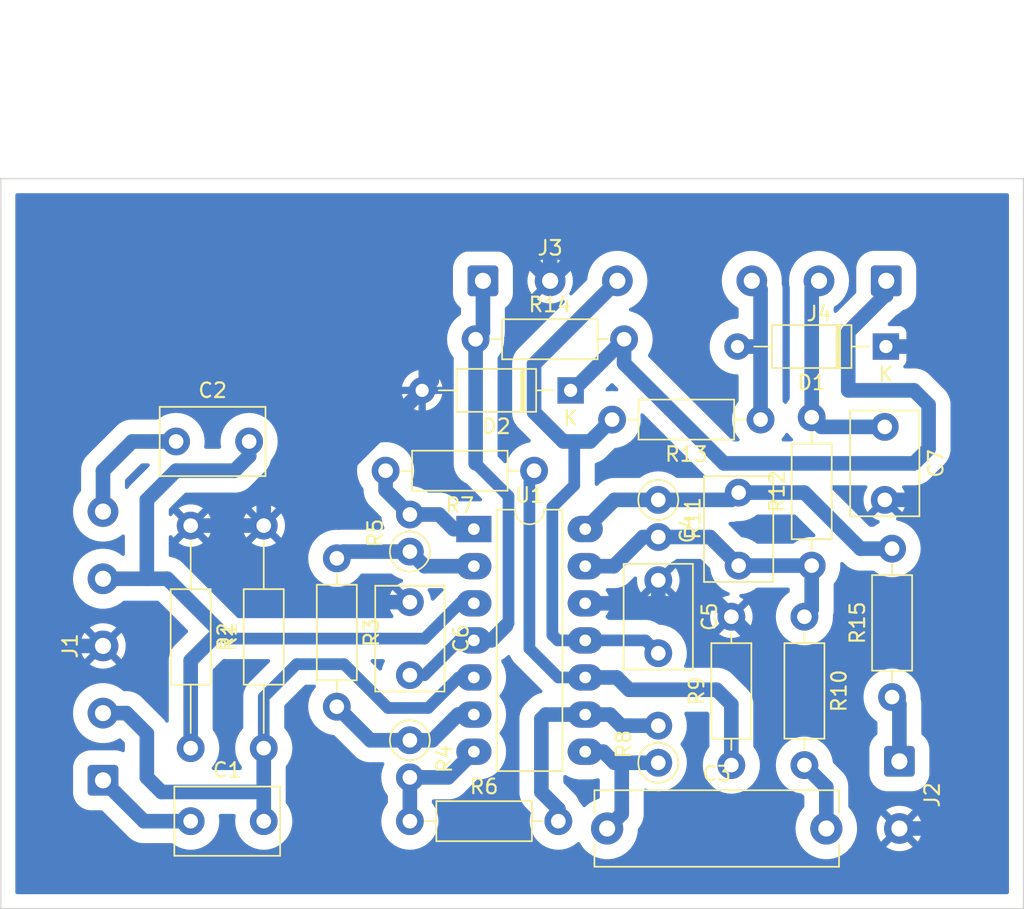
<source format=kicad_pcb>
(kicad_pcb (version 20221018) (generator pcbnew)
  (layers (0 "F.Cu" signal) (31 "B.Cu" signal) (34 "B.Paste" user) (35 "F.Paste" user) (36 "B.SilkS" user "B.Silkscreen") (37 "F.SilkS" user "F.Silkscreen") (38 "B.Mask" user) (39 "F.Mask" user) (44 "Edge.Cuts" user))
  (net 0 "")
  (net 1 "Net-(J1-Pin_1)")
  (net 2 "Net-(J1-Pin_2)")
  (net 3 "Net-(J1-Pin_5)")
  (net 4 "Net-(J1-Pin_4)")
  (net 5 "Net-(C3-Pad1)")
  (net 6 "Net-(C3-Pad2)")
  (net 7 "Net-(U1D--)")
  (net 8 "Net-(C4-Pad2)")
  (net 9 "GND")
  (net 10 "-6V")
  (net 11 "+6V")
  (net 12 "Net-(J4-Pin_2)")
  (net 13 "Net-(D1-A)")
  (net 14 "Net-(D2-K)")
  (net 15 "Net-(J2-Pin_1)")
  (net 16 "Net-(U1B--)")
  (net 17 "Net-(U1A--)")
  (net 18 "Net-(R4-Pad2)")
  (net 19 "Net-(R5-Pad2)")
  (net 20 "Net-(U1C--)")
  (net 21 "Net-(U1C-+)")
  (footprint "Resistor_THT:R_Axial_DIN0207_L6.3mm_D2.5mm_P10.16mm_Horizontal" (layer "F.Cu") (at 150 105 -90)
    (fp_text reference "R10" (at 5.08 -2.37 90) (layer "F.SilkS"))
    (fp_text value "100k")
    (fp_line (start 1.04 0) (end 1.81 0) (stroke (width 0.12)) (layer "F.SilkS"))
    (fp_line (start 1.81 -1.37) (end 1.81 1.37) (stroke (width 0.12)) (layer "F.SilkS"))
    (fp_line (start 1.81 1.37) (end 8.35 1.37) (stroke (width 0.12)) (layer "F.SilkS"))
    (fp_line (start 8.35 -1.37) (end 1.81 -1.37) (stroke (width 0.12)) (layer "F.SilkS"))
    (fp_line (start 8.35 1.37) (end 8.35 -1.37) (stroke (width 0.12)) (layer "F.SilkS"))
    (fp_line (start 9.12 0) (end 8.35 0) (stroke (width 0.12)) (layer "F.SilkS"))
    (pad "1" thru_hole circle (at 0 0 270) (size 1.9 1.9) (drill 1) (layers "*.Cu" "*.Mask") (net 7 "Net-(U1D--)"))
    (pad "2" thru_hole circle (at 10.16 0 270) (size 1.9 1.9) (drill 1) (layers "*.Cu" "*.Mask") (net 6 "Net-(C3-Pad2)"))
  )
  (footprint "Capacitor_THT:C_Rect_L7.0mm_W4.5mm_P5.00mm" (layer "F.Cu") (at 107 93)
    (fp_text reference "C2" (at 2.5 -3.5) (layer "F.SilkS"))
    (fp_text value "0,015")
    (fp_line (start -1.12 -2.37) (end -1.12 2.37) (stroke (width 0.12)) (layer "F.SilkS"))
    (fp_line (start -1.12 -2.37) (end 6.12 -2.37) (stroke (width 0.12)) (layer "F.SilkS"))
    (fp_line (start -1.12 2.37) (end 6.12 2.37) (stroke (width 0.12)) (layer "F.SilkS"))
    (fp_line (start 6.12 -2.37) (end 6.12 2.37) (stroke (width 0.12)) (layer "F.SilkS"))
    (pad "1" thru_hole circle (at 0 0) (size 1.9 1.9) (drill 1) (layers "*.Cu" "*.Mask") (net 3 "Net-(J1-Pin_5)"))
    (pad "2" thru_hole circle (at 5 0) (size 1.9 1.9) (drill 1) (layers "*.Cu" "*.Mask") (net 4 "Net-(J1-Pin_4)"))
  )
  (footprint "Resistor_THT:R_Axial_DIN0207_L6.3mm_D2.5mm_P10.16mm_Horizontal" (layer "F.Cu") (at 156 110.5 90)
    (fp_text reference "R15" (at 5.08 -2.37 90) (layer "F.SilkS"))
    (fp_text value "1k")
    (fp_line (start 1.04 0) (end 1.81 0) (stroke (width 0.12)) (layer "F.SilkS"))
    (fp_line (start 1.81 -1.37) (end 1.81 1.37) (stroke (width 0.12)) (layer "F.SilkS"))
    (fp_line (start 1.81 1.37) (end 8.35 1.37) (stroke (width 0.12)) (layer "F.SilkS"))
    (fp_line (start 8.35 -1.37) (end 1.81 -1.37) (stroke (width 0.12)) (layer "F.SilkS"))
    (fp_line (start 8.35 1.37) (end 8.35 -1.37) (stroke (width 0.12)) (layer "F.SilkS"))
    (fp_line (start 9.12 0) (end 8.35 0) (stroke (width 0.12)) (layer "F.SilkS"))
    (pad "1" thru_hole circle (at 0 0 90) (size 1.9 1.9) (drill 1) (layers "*.Cu" "*.Mask") (net 15 "Net-(J2-Pin_1)"))
    (pad "2" thru_hole circle (at 10.16 0 90) (size 1.9 1.9) (drill 1) (layers "*.Cu" "*.Mask") (net 8 "Net-(C4-Pad2)"))
  )
  (footprint "Resistor_THT:R_Axial_DIN0207_L6.3mm_D2.5mm_P10.16mm_Horizontal" (layer "F.Cu") (at 127.5 86)
    (fp_text reference "R14" (at 5.08 -2.37) (layer "F.SilkS"))
    (fp_text value "510")
    (fp_line (start 1.04 0) (end 1.81 0) (stroke (width 0.12)) (layer "F.SilkS"))
    (fp_line (start 1.81 -1.37) (end 1.81 1.37) (stroke (width 0.12)) (layer "F.SilkS"))
    (fp_line (start 1.81 1.37) (end 8.35 1.37) (stroke (width 0.12)) (layer "F.SilkS"))
    (fp_line (start 8.35 -1.37) (end 1.81 -1.37) (stroke (width 0.12)) (layer "F.SilkS"))
    (fp_line (start 8.35 1.37) (end 8.35 -1.37) (stroke (width 0.12)) (layer "F.SilkS"))
    (fp_line (start 9.12 0) (end 8.35 0) (stroke (width 0.12)) (layer "F.SilkS"))
    (pad "1" thru_hole circle (at 0 0) (size 1.9 1.9) (drill 1) (layers "*.Cu" "*.Mask") (net 11 "+6V"))
    (pad "2" thru_hole circle (at 10.16 0) (size 1.9 1.9) (drill 1) (layers "*.Cu" "*.Mask") (net 14 "Net-(D2-K)"))
  )
  (footprint "Resistor_THT:R_Axial_DIN0207_L6.3mm_D2.5mm_P2.54mm_Vertical" (layer "F.Cu") (at 123 100.54 90)
    (fp_text reference "R5" (at 1.27 -2.37 90) (layer "F.SilkS"))
    (fp_text value "30k 1%")
    (fp_line (start 1.37 0) (end 1.44 0) (stroke (width 0.12)) (layer "F.SilkS"))
    (fp_circle (center 0 0) (end 1.37 0) (stroke (width 0.12)) (fill none) (layer "F.SilkS"))
    (pad "1" thru_hole circle (at 0 0 90) (size 1.9 1.9) (drill 1) (layers "*.Cu" "*.Mask") (net 17 "Net-(U1A--)"))
    (pad "2" thru_hole circle (at 2.54 0 90) (size 1.9 1.9) (drill 1) (layers "*.Cu" "*.Mask") (net 19 "Net-(R5-Pad2)"))
  )
  (footprint "Connector_Wire:SolderWire-0.5sqmm_1x03_P4.6mm_D0.9mm_OD2.1mm" (layer "F.Cu") (at 128 82)
    (fp_text reference "J3" (at 4.6 -2.25) (layer "F.SilkS"))
    (fp_text value "Conn_01x03")
    (pad "1" thru_hole roundrect (at 0 0) (size 2.1 2.1) (drill 1.1) (layers "*.Cu" "*.Mask") (roundrect_rratio 0.119048) (net 11 "+6V"))
    (pad "2" thru_hole circle (at 4.6 0) (size 2.1 2.1) (drill 1.1) (layers "*.Cu" "*.Mask") (net 9 "GND"))
    (pad "3" thru_hole circle (at 9.2 0) (size 2.1 2.1) (drill 1.1) (layers "*.Cu" "*.Mask") (net 10 "-6V"))
  )
  (footprint "Diode_THT:D_A-405_P10.16mm_Horizontal" (layer "F.Cu") (at 155.58 86.5 180)
    (fp_text reference "D1" (at 5.08 -2.47) (layer "F.SilkS"))
    (fp_text value "3V3")
    (fp_text user "K" (at 0 -1.9) (layer "F.SilkS"))
    (fp_line (start 1.14 0) (end 2.36 0) (stroke (width 0.12)) (layer "F.SilkS"))
    (fp_line (start 2.36 -1.47) (end 2.36 1.47) (stroke (width 0.12)) (layer "F.SilkS"))
    (fp_line (start 2.36 1.47) (end 7.8 1.47) (stroke (width 0.12)) (layer "F.SilkS"))
    (fp_line (start 3.14 -1.47) (end 3.14 1.47) (stroke (width 0.12)) (layer "F.SilkS"))
    (fp_line (start 3.26 -1.47) (end 3.26 1.47) (stroke (width 0.12)) (layer "F.SilkS"))
    (fp_line (start 3.38 -1.47) (end 3.38 1.47) (stroke (width 0.12)) (layer "F.SilkS"))
    (fp_line (start 7.8 -1.47) (end 2.36 -1.47) (stroke (width 0.12)) (layer "F.SilkS"))
    (fp_line (start 7.8 1.47) (end 7.8 -1.47) (stroke (width 0.12)) (layer "F.SilkS"))
    (fp_line (start 9.02 0) (end 7.8 0) (stroke (width 0.12)) (layer "F.SilkS"))
    (pad "1" thru_hole rect (at 0 0 180) (size 1.8 1.8) (drill 0.9) (layers "*.Cu" "*.Mask") (net 9 "GND"))
    (pad "2" thru_hole oval (at 10.16 0 180) (size 1.8 1.8) (drill 0.9) (layers "*.Cu" "*.Mask") (net 13 "Net-(D1-A)"))
  )
  (footprint "Connector_Wire:SolderWire-0.5sqmm_1x02_P4.6mm_D0.9mm_OD2.1mm" (layer "F.Cu") (at 156.5 114.9 -90)
    (fp_text reference "J2" (at 2.3 -2.25 90) (layer "F.SilkS"))
    (fp_text value "Conn_01x02")
    (pad "1" thru_hole roundrect (at 0 0 270) (size 2.1 2.1) (drill 1.1) (layers "*.Cu" "*.Mask") (roundrect_rratio 0.119048) (net 15 "Net-(J2-Pin_1)"))
    (pad "2" thru_hole circle (at 4.6 0 270) (size 2.1 2.1) (drill 1.1) (layers "*.Cu" "*.Mask") (net 9 "GND"))
  )
  (footprint "Connector_Wire:SolderWire-0.5sqmm_1x05_P4.6mm_D0.9mm_OD2.1mm" (layer "F.Cu") (at 102 116.2 90)
    (fp_text reference "J1" (at 9.2 -2.25 90) (layer "F.SilkS"))
    (fp_text value "Conn_01x05")
    (pad "1" thru_hole roundrect (at 0 0 90) (size 2.1 2.1) (drill 1.1) (layers "*.Cu" "*.Mask") (roundrect_rratio 0.119048) (net 1 "Net-(J1-Pin_1)"))
    (pad "2" thru_hole circle (at 4.6 0 90) (size 2.1 2.1) (drill 1.1) (layers "*.Cu" "*.Mask") (net 2 "Net-(J1-Pin_2)"))
    (pad "3" thru_hole circle (at 9.2 0 90) (size 2.1 2.1) (drill 1.1) (layers "*.Cu" "*.Mask") (net 9 "GND"))
    (pad "4" thru_hole circle (at 13.8 0 90) (size 2.1 2.1) (drill 1.1) (layers "*.Cu" "*.Mask") (net 4 "Net-(J1-Pin_4)"))
    (pad "5" thru_hole circle (at 18.4 0 90) (size 2.1 2.1) (drill 1.1) (layers "*.Cu" "*.Mask") (net 3 "Net-(J1-Pin_5)"))
  )
  (footprint "Resistor_THT:R_Axial_DIN0207_L6.3mm_D2.5mm_P2.54mm_Vertical" (layer "F.Cu") (at 140 115 90)
    (fp_text reference "R8" (at 1.27 -2.37 90) (layer "F.SilkS"))
    (fp_text value "30k 1%")
    (fp_line (start 1.37 0) (end 1.44 0) (stroke (width 0.12)) (layer "F.SilkS"))
    (fp_circle (center 0 0) (end 1.37 0) (stroke (width 0.12)) (fill none) (layer "F.SilkS"))
    (pad "1" thru_hole circle (at 0 0 90) (size 1.9 1.9) (drill 1) (layers "*.Cu" "*.Mask") (net 5 "Net-(C3-Pad1)"))
    (pad "2" thru_hole circle (at 2.54 0 90) (size 1.9 1.9) (drill 1) (layers "*.Cu" "*.Mask") (net 20 "Net-(U1C--)"))
  )
  (footprint "Resistor_THT:R_Axial_DIN0207_L6.3mm_D2.5mm_P10.16mm_Horizontal" (layer "F.Cu") (at 145 115.16 90)
    (fp_text reference "R9" (at 5.08 -2.37 90) (layer "F.SilkS"))
    (fp_text value "30k 1%")
    (fp_line (start 1.04 0) (end 1.81 0) (stroke (width 0.12)) (layer "F.SilkS"))
    (fp_line (start 1.81 -1.37) (end 1.81 1.37) (stroke (width 0.12)) (layer "F.SilkS"))
    (fp_line (start 1.81 1.37) (end 8.35 1.37) (stroke (width 0.12)) (layer "F.SilkS"))
    (fp_line (start 8.35 -1.37) (end 1.81 -1.37) (stroke (width 0.12)) (layer "F.SilkS"))
    (fp_line (start 8.35 1.37) (end 8.35 -1.37) (stroke (width 0.12)) (layer "F.SilkS"))
    (fp_line (start 9.12 0) (end 8.35 0) (stroke (width 0.12)) (layer "F.SilkS"))
    (pad "1" thru_hole circle (at 0 0 90) (size 1.9 1.9) (drill 1) (layers "*.Cu" "*.Mask") (net 21 "Net-(U1C-+)"))
    (pad "2" thru_hole circle (at 10.16 0 90) (size 1.9 1.9) (drill 1) (layers "*.Cu" "*.Mask") (net 9 "GND"))
  )
  (footprint "Resistor_THT:R_Axial_DIN0207_L6.3mm_D2.5mm_P10.16mm_Horizontal" (layer "F.Cu") (at 123 119)
    (fp_text reference "R6" (at 5.08 -2.37) (layer "F.SilkS"))
    (fp_text value "30k 1%")
    (fp_line (start 1.04 0) (end 1.81 0) (stroke (width 0.12)) (layer "F.SilkS"))
    (fp_line (start 1.81 -1.37) (end 1.81 1.37) (stroke (width 0.12)) (layer "F.SilkS"))
    (fp_line (start 1.81 1.37) (end 8.35 1.37) (stroke (width 0.12)) (layer "F.SilkS"))
    (fp_line (start 8.35 -1.37) (end 1.81 -1.37) (stroke (width 0.12)) (layer "F.SilkS"))
    (fp_line (start 8.35 1.37) (end 8.35 -1.37) (stroke (width 0.12)) (layer "F.SilkS"))
    (fp_line (start 9.12 0) (end 8.35 0) (stroke (width 0.12)) (layer "F.SilkS"))
    (pad "1" thru_hole circle (at 0 0) (size 1.9 1.9) (drill 1) (layers "*.Cu" "*.Mask") (net 18 "Net-(R4-Pad2)"))
    (pad "2" thru_hole circle (at 10.16 0) (size 1.9 1.9) (drill 1) (layers "*.Cu" "*.Mask") (net 20 "Net-(U1C--)"))
  )
  (footprint "Capacitor_THT:C_Rect_L7.0mm_W4.5mm_P5.00mm" (layer "F.Cu") (at 155.5 92 -90)
    (fp_text reference "C7" (at 2.5 -3.5 90) (layer "F.SilkS"))
    (fp_text value "0,1")
    (fp_line (start -1.12 -2.37) (end -1.12 2.37) (stroke (width 0.12)) (layer "F.SilkS"))
    (fp_line (start -1.12 -2.37) (end 6.12 -2.37) (stroke (width 0.12)) (layer "F.SilkS"))
    (fp_line (start -1.12 2.37) (end 6.12 2.37) (stroke (width 0.12)) (layer "F.SilkS"))
    (fp_line (start 6.12 -2.37) (end 6.12 2.37) (stroke (width 0.12)) (layer "F.SilkS"))
    (pad "1" thru_hole circle (at 0 0 270) (size 1.9 1.9) (drill 1) (layers "*.Cu" "*.Mask") (net 12 "Net-(J4-Pin_2)"))
    (pad "2" thru_hole circle (at 5 0 270) (size 1.9 1.9) (drill 1) (layers "*.Cu" "*.Mask") (net 9 "GND"))
  )
  (footprint "Diode_THT:D_A-405_P10.16mm_Horizontal" (layer "F.Cu") (at 134 89.5 180)
    (fp_text reference "D2" (at 5.08 -2.47) (layer "F.SilkS"))
    (fp_text value "3V3")
    (fp_text user "K" (at 0 -1.9) (layer "F.SilkS"))
    (fp_line (start 1.14 0) (end 2.36 0) (stroke (width 0.12)) (layer "F.SilkS"))
    (fp_line (start 2.36 -1.47) (end 2.36 1.47) (stroke (width 0.12)) (layer "F.SilkS"))
    (fp_line (start 2.36 1.47) (end 7.8 1.47) (stroke (width 0.12)) (layer "F.SilkS"))
    (fp_line (start 3.14 -1.47) (end 3.14 1.47) (stroke (width 0.12)) (layer "F.SilkS"))
    (fp_line (start 3.26 -1.47) (end 3.26 1.47) (stroke (width 0.12)) (layer "F.SilkS"))
    (fp_line (start 3.38 -1.47) (end 3.38 1.47) (stroke (width 0.12)) (layer "F.SilkS"))
    (fp_line (start 7.8 -1.47) (end 2.36 -1.47) (stroke (width 0.12)) (layer "F.SilkS"))
    (fp_line (start 7.8 1.47) (end 7.8 -1.47) (stroke (width 0.12)) (layer "F.SilkS"))
    (fp_line (start 9.02 0) (end 7.8 0) (stroke (width 0.12)) (layer "F.SilkS"))
    (pad "1" thru_hole rect (at 0 0 180) (size 1.8 1.8) (drill 0.9) (layers "*.Cu" "*.Mask") (net 14 "Net-(D2-K)"))
    (pad "2" thru_hole oval (at 10.16 0 180) (size 1.8 1.8) (drill 0.9) (layers "*.Cu" "*.Mask") (net 9 "GND"))
  )
  (footprint "Resistor_THT:R_Axial_DIN0207_L6.3mm_D2.5mm_P15.24mm_Horizontal" (layer "F.Cu") (at 108 98.76 -90)
    (fp_text reference "R2" (at 7.62 -2.37 90) (layer "F.SilkS"))
    (fp_text value "10M")
    (fp_line (start 1.04 0) (end 4.35 0) (stroke (width 0.12)) (layer "F.SilkS"))
    (fp_line (start 4.35 -1.37) (end 4.35 1.37) (stroke (width 0.12)) (layer "F.SilkS"))
    (fp_line (start 4.35 1.37) (end 10.89 1.37) (stroke (width 0.12)) (layer "F.SilkS"))
    (fp_line (start 10.89 -1.37) (end 4.35 -1.37) (stroke (width 0.12)) (layer "F.SilkS"))
    (fp_line (start 10.89 1.37) (end 10.89 -1.37) (stroke (width 0.12)) (layer "F.SilkS"))
    (fp_line (start 14.2 0) (end 10.89 0) (stroke (width 0.12)) (layer "F.SilkS"))
    (pad "1" thru_hole circle (at 0 0 270) (size 1.9 1.9) (drill 1) (layers "*.Cu" "*.Mask") (net 9 "GND"))
    (pad "2" thru_hole circle (at 15.24 0 270) (size 1.9 1.9) (drill 1) (layers "*.Cu" "*.Mask") (net 4 "Net-(J1-Pin_4)"))
  )
  (footprint "Resistor_THT:R_Axial_DIN0207_L6.3mm_D2.5mm_P10.16mm_Horizontal" (layer "F.Cu") (at 147 91.5 180)
    (fp_text reference "R13" (at 5.08 -2.37) (layer "F.SilkS"))
    (fp_text value "510")
    (fp_line (start 1.04 0) (end 1.81 0) (stroke (width 0.12)) (layer "F.SilkS"))
    (fp_line (start 1.81 -1.37) (end 1.81 1.37) (stroke (width 0.12)) (layer "F.SilkS"))
    (fp_line (start 1.81 1.37) (end 8.35 1.37) (stroke (width 0.12)) (layer "F.SilkS"))
    (fp_line (start 8.35 -1.37) (end 1.81 -1.37) (stroke (width 0.12)) (layer "F.SilkS"))
    (fp_line (start 8.35 1.37) (end 8.35 -1.37) (stroke (width 0.12)) (layer "F.SilkS"))
    (fp_line (start 9.12 0) (end 8.35 0) (stroke (width 0.12)) (layer "F.SilkS"))
    (pad "1" thru_hole circle (at 0 0 180) (size 1.9 1.9) (drill 1) (layers "*.Cu" "*.Mask") (net 13 "Net-(D1-A)"))
    (pad "2" thru_hole circle (at 10.16 0 180) (size 1.9 1.9) (drill 1) (layers "*.Cu" "*.Mask") (net 10 "-6V"))
  )
  (footprint "Resistor_THT:R_Axial_DIN0207_L6.3mm_D2.5mm_P2.54mm_Vertical" (layer "F.Cu") (at 123 113.46 -90)
    (fp_text reference "R4" (at 1.27 -2.37 90) (layer "F.SilkS"))
    (fp_text value "30k 1%")
    (fp_line (start 1.37 0) (end 1.44 0) (stroke (width 0.12)) (layer "F.SilkS"))
    (fp_circle (center 0 0) (end 1.37 0) (stroke (width 0.12)) (fill none) (layer "F.SilkS"))
    (pad "1" thru_hole circle (at 0 0 270) (size 1.9 1.9) (drill 1) (layers "*.Cu" "*.Mask") (net 16 "Net-(U1B--)"))
    (pad "2" thru_hole circle (at 2.54 0 270) (size 1.9 1.9) (drill 1) (layers "*.Cu" "*.Mask") (net 18 "Net-(R4-Pad2)"))
  )
  (footprint "Capacitor_THT:C_Rect_L7.0mm_W4.5mm_P5.00mm" (layer "F.Cu") (at 108 119)
    (fp_text reference "C1" (at 2.5 -3.5) (layer "F.SilkS"))
    (fp_text value "0,015")
    (fp_line (start -1.12 -2.37) (end -1.12 2.37) (stroke (width 0.12)) (layer "F.SilkS"))
    (fp_line (start -1.12 -2.37) (end 6.12 -2.37) (stroke (width 0.12)) (layer "F.SilkS"))
    (fp_line (start -1.12 2.37) (end 6.12 2.37) (stroke (width 0.12)) (layer "F.SilkS"))
    (fp_line (start 6.12 -2.37) (end 6.12 2.37) (stroke (width 0.12)) (layer "F.SilkS"))
    (pad "1" thru_hole circle (at 0 0) (size 1.9 1.9) (drill 1) (layers "*.Cu" "*.Mask") (net 1 "Net-(J1-Pin_1)"))
    (pad "2" thru_hole circle (at 5 0) (size 1.9 1.9) (drill 1) (layers "*.Cu" "*.Mask") (net 2 "Net-(J1-Pin_2)"))
  )
  (footprint "Capacitor_THT:C_Rect_L16.5mm_W5.0mm_P15.00mm_MKT" (layer "F.Cu") (at 136.5 119.5)
    (fp_text reference "C3" (at 7.5 -3.75) (layer "F.SilkS"))
    (fp_text value "1,5 uF")
    (fp_line (start -0.87 -2.62) (end -0.87 -1.104) (stroke (width 0.12)) (layer "F.SilkS"))
    (fp_line (start -0.87 -2.62) (end 15.87 -2.62) (stroke (width 0.12)) (layer "F.SilkS"))
    (fp_line (start -0.87 1.104) (end -0.87 2.62) (stroke (width 0.12)) (layer "F.SilkS"))
    (fp_line (start -0.87 2.62) (end 15.87 2.62) (stroke (width 0.12)) (layer "F.SilkS"))
    (fp_line (start 15.87 -2.62) (end 15.87 -1.104) (stroke (width 0.12)) (layer "F.SilkS"))
    (fp_line (start 15.87 1.104) (end 15.87 2.62) (stroke (width 0.12)) (layer "F.SilkS"))
    (pad "1" thru_hole circle (at 0 0) (size 2.2 2.2) (drill 1.1) (layers "*.Cu" "*.Mask") (net 5 "Net-(C3-Pad1)"))
    (pad "2" thru_hole circle (at 15 0) (size 2.2 2.2) (drill 1.1) (layers "*.Cu" "*.Mask") (net 6 "Net-(C3-Pad2)"))
  )
  (footprint "Capacitor_THT:C_Rect_L7.0mm_W4.5mm_P5.00mm" (layer "F.Cu") (at 123 104 -90)
    (fp_text reference "C6" (at 2.5 -3.5 90) (layer "F.SilkS"))
    (fp_text value "0,1")
    (fp_line (start -1.12 -2.37) (end -1.12 2.37) (stroke (width 0.12)) (layer "F.SilkS"))
    (fp_line (start -1.12 -2.37) (end 6.12 -2.37) (stroke (width 0.12)) (layer "F.SilkS"))
    (fp_line (start -1.12 2.37) (end 6.12 2.37) (stroke (width 0.12)) (layer "F.SilkS"))
    (fp_line (start 6.12 -2.37) (end 6.12 2.37) (stroke (width 0.12)) (layer "F.SilkS"))
    (pad "1" thru_hole circle (at 0 0 270) (size 1.9 1.9) (drill 1) (layers "*.Cu" "*.Mask") (net 9 "GND"))
    (pad "2" thru_hole circle (at 5 0 270) (size 1.9 1.9) (drill 1) (layers "*.Cu" "*.Mask") (net 11 "+6V"))
  )
  (footprint "Capacitor_THT:C_Rect_L7.0mm_W4.5mm_P5.00mm" (layer "F.Cu") (at 140 102.5 -90)
    (fp_text reference "C5" (at 2.5 -3.5 90) (layer "F.SilkS"))
    (fp_text value "0,1")
    (fp_line (start -1.12 -2.37) (end -1.12 2.37) (stroke (width 0.12)) (layer "F.SilkS"))
    (fp_line (start -1.12 -2.37) (end 6.12 -2.37) (stroke (width 0.12)) (layer "F.SilkS"))
    (fp_line (start -1.12 2.37) (end 6.12 2.37) (stroke (width 0.12)) (layer "F.SilkS"))
    (fp_line (start 6.12 -2.37) (end 6.12 2.37) (stroke (width 0.12)) (layer "F.SilkS"))
    (pad "1" thru_hole circle (at 0 0 270) (size 1.9 1.9) (drill 1) (layers "*.Cu" "*.Mask") (net 9 "GND"))
    (pad "2" thru_hole circle (at 5 0 270) (size 1.9 1.9) (drill 1) (layers "*.Cu" "*.Mask") (net 10 "-6V"))
  )
  (footprint "Resistor_THT:R_Axial_DIN0207_L6.3mm_D2.5mm_P10.16mm_Horizontal" (layer "F.Cu") (at 118 101 -90)
    (fp_text reference "R3" (at 5.08 -2.37 90) (layer "F.SilkS"))
    (fp_text value "6,8k")
    (fp_line (start 1.04 0) (end 1.81 0) (stroke (width 0.12)) (layer "F.SilkS"))
    (fp_line (start 1.81 -1.37) (end 1.81 1.37) (stroke (width 0.12)) (layer "F.SilkS"))
    (fp_line (start 1.81 1.37) (end 8.35 1.37) (stroke (width 0.12)) (layer "F.SilkS"))
    (fp_line (start 8.35 -1.37) (end 1.81 -1.37) (stroke (width 0.12)) (layer "F.SilkS"))
    (fp_line (start 8.35 1.37) (end 8.35 -1.37) (stroke (width 0.12)) (layer "F.SilkS"))
    (fp_line (start 9.12 0) (end 8.35 0) (stroke (width 0.12)) (layer "F.SilkS"))
    (pad "1" thru_hole circle (at 0 0 270) (size 1.9 1.9) (drill 1) (layers "*.Cu" "*.Mask") (net 17 "Net-(U1A--)"))
    (pad "2" thru_hole circle (at 10.16 0 270) (size 1.9 1.9) (drill 1) (layers "*.Cu" "*.Mask") (net 16 "Net-(U1B--)"))
  )
  (footprint "Resistor_THT:R_Axial_DIN0207_L6.3mm_D2.5mm_P15.24mm_Horizontal" (layer "F.Cu") (at 113 114 90)
    (fp_text reference "R1" (at 7.62 -2.37 90) (layer "F.SilkS"))
    (fp_text value "10M")
    (fp_line (start 1.04 0) (end 4.35 0) (stroke (width 0.12)) (layer "F.SilkS"))
    (fp_line (start 4.35 -1.37) (end 4.35 1.37) (stroke (width 0.12)) (layer "F.SilkS"))
    (fp_line (start 4.35 1.37) (end 10.89 1.37) (stroke (width 0.12)) (layer "F.SilkS"))
    (fp_line (start 10.89 -1.37) (end 4.35 -1.37) (stroke (width 0.12)) (layer "F.SilkS"))
    (fp_line (start 10.89 1.37) (end 10.89 -1.37) (stroke (width 0.12)) (layer "F.SilkS"))
    (fp_line (start 14.2 0) (end 10.89 0) (stroke (width 0.12)) (layer "F.SilkS"))
    (pad "1" thru_hole circle (at 0 0 90) (size 1.9 1.9) (drill 1) (layers "*.Cu" "*.Mask") (net 2 "Net-(J1-Pin_2)"))
    (pad "2" thru_hole circle (at 15.24 0 90) (size 1.9 1.9) (drill 1) (layers "*.Cu" "*.Mask") (net 9 "GND"))
  )
  (footprint "Package_DIP:DIP-14_W7.62mm_LongPads" (layer "F.Cu") (at 127.38 99)
    (fp_text reference "U1" (at 3.81 -2.33) (layer "F.SilkS"))
    (fp_text value "TL074")
    (fp_line (start 1.56 -1.33) (end 1.56 16.57) (stroke (width 0.12)) (layer "F.SilkS"))
    (fp_line (start 1.56 16.57) (end 6.06 16.57) (stroke (width 0.12)) (layer "F.SilkS"))
    (fp_line (start 2.81 -1.33) (end 1.56 -1.33) (stroke (width 0.12)) (layer "F.SilkS"))
    (fp_line (start 6.06 -1.33) (end 4.81 -1.33) (stroke (width 0.12)) (layer "F.SilkS"))
    (fp_line (start 6.06 16.57) (end 6.06 -1.33) (stroke (width 0.12)) (layer "F.SilkS"))
    (fp_arc (start 4.81 -1.33) (mid 3.81 -0.33) (end 2.81 -1.33) (stroke (width 0.12)) (layer "F.SilkS"))
    (pad "1" thru_hole rect (at 0 0) (size 2.4 1.8) (drill 0.8) (layers "*.Cu" "*.Mask") (net 19 "Net-(R5-Pad2)"))
    (pad "2" thru_hole oval (at 0 2.54) (size 2.4 1.8) (drill 0.8) (layers "*.Cu" "*.Mask") (net 17 "Net-(U1A--)"))
    (pad "3" thru_hole oval (at 0 5.08) (size 2.4 1.8) (drill 0.8) (layers "*.Cu" "*.Mask") (net 4 "Net-(J1-Pin_4)"))
    (pad "4" thru_hole oval (at 0 7.62) (size 2.4 1.8) (drill 0.8) (layers "*.Cu" "*.Mask") (net 11 "+6V"))
    (pad "5" thru_hole oval (at 0 10.16) (size 2.4 1.8) (drill 0.8) (layers "*.Cu" "*.Mask") (net 2 "Net-(J1-Pin_2)"))
    (pad "6" thru_hole oval (at 0 12.7) (size 2.4 1.8) (drill 0.8) (layers "*.Cu" "*.Mask") (net 16 "Net-(U1B--)"))
    (pad "7" thru_hole oval (at 0 15.24) (size 2.4 1.8) (drill 0.8) (layers "*.Cu" "*.Mask") (net 18 "Net-(R4-Pad2)"))
    (pad "8" thru_hole oval (at 7.62 15.24) (size 2.4 1.8) (drill 0.8) (layers "*.Cu" "*.Mask") (net 5 "Net-(C3-Pad1)"))
    (pad "9" thru_hole oval (at 7.62 12.7) (size 2.4 1.8) (drill 0.8) (layers "*.Cu" "*.Mask") (net 20 "Net-(U1C--)"))
    (pad "10" thru_hole oval (at 7.62 10.16) (size 2.4 1.8) (drill 0.8) (layers "*.Cu" "*.Mask") (net 21 "Net-(U1C-+)"))
    (pad "11" thru_hole oval (at 7.62 7.62) (size 2.4 1.8) (drill 0.8) (layers "*.Cu" "*.Mask") (net 10 "-6V"))
    (pad "12" thru_hole oval (at 7.62 5.08) (size 2.4 1.8) (drill 0.8) (layers "*.Cu" "*.Mask") (net 9 "GND"))
    (pad "13" thru_hole oval (at 7.62 2.54) (size 2.4 1.8) (drill 0.8) (layers "*.Cu" "*.Mask") (net 7 "Net-(U1D--)"))
    (pad "14" thru_hole oval (at 7.62 0) (size 2.4 1.8) (drill 0.8) (layers "*.Cu" "*.Mask") (net 8 "Net-(C4-Pad2)"))
  )
  (footprint "Resistor_THT:R_Axial_DIN0207_L6.3mm_D2.5mm_P2.54mm_Vertical" (layer "F.Cu") (at 140 97 -90)
    (fp_text reference "R11" (at 1.27 -2.37 90) (layer "F.SilkS"))
    (fp_text value "1M")
    (fp_line (start 1.37 0) (end 1.44 0) (stroke (width 0.12)) (layer "F.SilkS"))
    (fp_circle (center 0 0) (end 1.37 0) (stroke (width 0.12)) (fill none) (layer "F.SilkS"))
    (pad "1" thru_hole circle (at 0 0 270) (size 1.9 1.9) (drill 1) (layers "*.Cu" "*.Mask") (net 8 "Net-(C4-Pad2)"))
    (pad "2" thru_hole circle (at 2.54 0 270) (size 1.9 1.9) (drill 1) (layers "*.Cu" "*.Mask") (net 7 "Net-(U1D--)"))
  )
  (footprint "Connector_Wire:SolderWire-0.5sqmm_1x03_P4.6mm_D0.9mm_OD2.1mm" (layer "F.Cu") (at 155.6 82 180)
    (fp_text reference "J4" (at 4.6 -2.25) (layer "F.SilkS"))
    (fp_text value "POT")
    (pad "1" thru_hole roundrect (at 0 0 180) (size 2.1 2.1) (drill 1.1) (layers "*.Cu" "*.Mask") (roundrect_rratio 0.119048) (net 14 "Net-(D2-K)"))
    (pad "2" thru_hole circle (at 4.6 0 180) (size 2.1 2.1) (drill 1.1) (layers "*.Cu" "*.Mask") (net 12 "Net-(J4-Pin_2)"))
    (pad "3" thru_hole circle (at 9.2 0 180) (size 2.1 2.1) (drill 1.1) (layers "*.Cu" "*.Mask") (net 13 "Net-(D1-A)"))
  )
  (footprint "Resistor_THT:R_Axial_DIN0207_L6.3mm_D2.5mm_P10.16mm_Horizontal" (layer "F.Cu") (at 150.5 101.5 90)
    (fp_text reference "R12" (at 5.08 -2.37 90) (layer "F.SilkS"))
    (fp_text value "30k")
    (fp_line (start 1.04 0) (end 1.81 0) (stroke (width 0.12)) (layer "F.SilkS"))
    (fp_line (start 1.81 -1.37) (end 1.81 1.37) (stroke (width 0.12)) (layer "F.SilkS"))
    (fp_line (start 1.81 1.37) (end 8.35 1.37) (stroke (width 0.12)) (layer "F.SilkS"))
    (fp_line (start 8.35 -1.37) (end 1.81 -1.37) (stroke (width 0.12)) (layer "F.SilkS"))
    (fp_line (start 8.35 1.37) (end 8.35 -1.37) (stroke (width 0.12)) (layer "F.SilkS"))
    (fp_line (start 9.12 0) (end 8.35 0) (stroke (width 0.12)) (layer "F.SilkS"))
    (pad "1" thru_hole circle (at 0 0 90) (size 1.9 1.9) (drill 1) (layers "*.Cu" "*.Mask") (net 7 "Net-(U1D--)"))
    (pad "2" thru_hole circle (at 10.16 0 90) (size 1.9 1.9) (drill 1) (layers "*.Cu" "*.Mask") (net 12 "Net-(J4-Pin_2)"))
  )
  (footprint "Capacitor_THT:C_Rect_L7.0mm_W4.5mm_P5.00mm" (layer "F.Cu") (at 145.5 101.5 90)
    (fp_text reference "C4" (at 2.5 -3.5 90) (layer "F.SilkS"))
    (fp_text value "4700")
    (fp_line (start -1.12 -2.37) (end -1.12 2.37) (stroke (width 0.12)) (layer "F.SilkS"))
    (fp_line (start -1.12 -2.37) (end 6.12 -2.37) (stroke (width 0.12)) (layer "F.SilkS"))
    (fp_line (start -1.12 2.37) (end 6.12 2.37) (stroke (width 0.12)) (layer "F.SilkS"))
    (fp_line (start 6.12 -2.37) (end 6.12 2.37) (stroke (width 0.12)) (layer "F.SilkS"))
    (pad "1" thru_hole circle (at 0 0 90) (size 1.9 1.9) (drill 1) (layers "*.Cu" "*.Mask") (net 7 "Net-(U1D--)"))
    (pad "2" thru_hole circle (at 5 0 90) (size 1.9 1.9) (drill 1) (layers "*.Cu" "*.Mask") (net 8 "Net-(C4-Pad2)"))
  )
  (footprint "Resistor_THT:R_Axial_DIN0207_L6.3mm_D2.5mm_P10.16mm_Horizontal" (layer "F.Cu") (at 131.5 95 180)
    (fp_text reference "R7" (at 5.08 -2.37) (layer "F.SilkS"))
    (fp_text value "30k 1%")
    (fp_line (start 1.04 0) (end 1.81 0) (stroke (width 0.12)) (layer "F.SilkS"))
    (fp_line (start 1.81 -1.37) (end 1.81 1.37) (stroke (width 0.12)) (layer "F.SilkS"))
    (fp_line (start 1.81 1.37) (end 8.35 1.37) (stroke (width 0.12)) (layer "F.SilkS"))
    (fp_line (start 8.35 -1.37) (end 1.81 -1.37) (stroke (width 0.12)) (layer "F.SilkS"))
    (fp_line (start 8.35 1.37) (end 8.35 -1.37) (stroke (width 0.12)) (layer "F.SilkS"))
    (fp_line (start 9.12 0) (end 8.35 0) (stroke (width 0.12)) (layer "F.SilkS"))
    (pad "1" thru_hole circle (at 0 0 180) (size 1.9 1.9) (drill 1) (layers "*.Cu" "*.Mask") (net 21 "Net-(U1C-+)"))
    (pad "2" thru_hole circle (at 10.16 0 180) (size 1.9 1.9) (drill 1) (layers "*.Cu" "*.Mask") (net 19 "Net-(R5-Pad2)"))
  )
  (gr_line (start 95 125) (end 165 125) (stroke (width 0.1)) (layer "Edge.Cuts"))
  (gr_line (start 95 75) (end 95 125) (stroke (width 0.1)) (layer "Edge.Cuts"))
  (gr_line (start 165 125) (end 165 75) (stroke (width 0.1)) (layer "Edge.Cuts"))
  (gr_line (start 165 75) (end 95 75) (stroke (width 0.1)) (layer "Edge.Cuts"))
  (segment (start 104.8 119) (end 102 116.2) (width 1) (layer "B.Cu") (net 1))
  (segment (start 108 119) (end 104.8 119) (width 1) (layer "B.Cu") (net 1))
  (segment (start 126.34 109.16) (end 124.25 111.25) (width 0.8) (layer "B.Cu") (net 2))
  (segment (start 105 116) (end 105 113) (width 1) (layer "B.Cu") (net 2))
  (segment (start 115.25 108.25) (end 113 110.5) (width 0.8) (layer "B.Cu") (net 2))
  (segment (start 118.5 108.25) (end 115.25 108.25) (width 0.8) (layer "B.Cu") (net 2))
  (segment (start 113 114) (end 113 117) (width 1) (layer "B.Cu") (net 2))
  (segment (start 103.6 111.6) (end 102 111.6) (width 1) (layer "B.Cu") (net 2))
  (segment (start 127.38 109.16) (end 126.34 109.16) (width 0.8) (layer "B.Cu") (net 2))
  (segment (start 113 110.5) (end 113 114) (width 0.8) (layer "B.Cu") (net 2))
  (segment (start 121.5 111.25) (end 118.5 108.25) (width 0.8) (layer "B.Cu") (net 2))
  (segment (start 113 117) (end 113 119) (width 1) (layer "B.Cu") (net 2))
  (segment (start 124.25 111.25) (end 121.5 111.25) (width 0.8) (layer "B.Cu") (net 2))
  (segment (start 105 113) (end 103.6 111.6) (width 1) (layer "B.Cu") (net 2))
  (segment (start 113 117) (end 106 117) (width 1) (layer "B.Cu") (net 2))
  (segment (start 106 117) (end 105 116) (width 1) (layer "B.Cu") (net 2))
  (segment (start 104 93) (end 102 95) (width 1) (layer "B.Cu") (net 3))
  (segment (start 107 93) (end 104 93) (width 1) (layer "B.Cu") (net 3))
  (segment (start 102 95) (end 102 97.8) (width 1) (layer "B.Cu") (net 3))
  (segment (start 112 93) (end 112 94) (width 1) (layer "B.Cu") (net 4))
  (segment (start 108 108) (end 108 114) (width 1) (layer "B.Cu") (net 4))
  (segment (start 110.5 106.5) (end 110 106) (width 0.8) (layer "B.Cu") (net 4))
  (segment (start 110 106) (end 106.4 102.4) (width 1) (layer "B.Cu") (net 4))
  (segment (start 110 106) (end 108 108) (width 1) (layer "B.Cu") (net 4))
  (segment (start 124 106.5) (end 110.5 106.5) (width 0.8) (layer "B.Cu") (net 4))
  (segment (start 107 95) (end 105 97) (width 1) (layer "B.Cu") (net 4))
  (segment (start 127.38 104.08) (end 126.42 104.08) (width 0.8) (layer "B.Cu") (net 4))
  (segment (start 105 97) (end 105 102.4) (width 1) (layer "B.Cu") (net 4))
  (segment (start 112 94) (end 111 95) (width 1) (layer "B.Cu") (net 4))
  (segment (start 126.42 104.08) (end 124 106.5) (width 0.8) (layer "B.Cu") (net 4))
  (segment (start 106.4 102.4) (end 105 102.4) (width 1) (layer "B.Cu") (net 4))
  (segment (start 105 102.4) (end 102 102.4) (width 1) (layer "B.Cu") (net 4))
  (segment (start 111 95) (end 107 95) (width 1) (layer "B.Cu") (net 4))
  (segment (start 137.5 115) (end 140 115) (width 1) (layer "B.Cu") (net 5))
  (segment (start 136.5 119.5) (end 137.5 118.5) (width 1) (layer "B.Cu") (net 5))
  (segment (start 135 114.24) (end 136.24 114.24) (width 1) (layer "B.Cu") (net 5))
  (segment (start 136.24 114.24) (end 137 115) (width 1) (layer "B.Cu") (net 5))
  (segment (start 137 115) (end 137.5 115) (width 1) (layer "B.Cu") (net 5))
  (segment (start 137.5 118.5) (end 137.5 115) (width 1) (layer "B.Cu") (net 5))
  (segment (start 151.5 119.5) (end 151.5 116.66) (width 1) (layer "B.Cu") (net 6))
  (segment (start 151.5 116.66) (end 150 115.16) (width 1) (layer "B.Cu") (net 6))
  (segment (start 136.96 101.54) (end 138.96 99.54) (width 1) (layer "B.Cu") (net 7))
  (segment (start 150.5 101.5) (end 150.5 104.5) (width 1) (layer "B.Cu") (net 7))
  (segment (start 138.96 99.54) (end 140 99.54) (width 1) (layer "B.Cu") (net 7))
  (segment (start 140 99.54) (end 143.54 99.54) (width 1) (layer "B.Cu") (net 7))
  (segment (start 145.5 101.5) (end 150.5 101.5) (width 1) (layer "B.Cu") (net 7))
  (segment (start 135 101.54) (end 136.96 101.54) (width 1) (layer "B.Cu") (net 7))
  (segment (start 143.54 99.54) (end 145.5 101.5) (width 1) (layer "B.Cu") (net 7))
  (segment (start 150.5 104.5) (end 150 105) (width 1) (layer "B.Cu") (net 7))
  (segment (start 153.84 100.34) (end 156 100.34) (width 1) (layer "B.Cu") (net 8))
  (segment (start 145.5 96.5) (end 150 96.5) (width 1) (layer "B.Cu") (net 8))
  (segment (start 137 97) (end 135 99) (width 1) (layer "B.Cu") (net 8))
  (segment (start 145 97) (end 145.5 96.5) (width 1) (layer "B.Cu") (net 8))
  (segment (start 140 97) (end 145 97) (width 1) (layer "B.Cu") (net 8))
  (segment (start 140 97) (end 137 97) (width 1) (layer "B.Cu") (net 8))
  (segment (start 150 96.5) (end 153.84 100.34) (width 1) (layer "B.Cu") (net 8))
  (segment (start 159 119.5) (end 160.5 118) (width 1) (layer "B.Cu") (net 9))
  (segment (start 116.5 83.5) (end 116.5 93.5) (width 1) (layer "B.Cu") (net 9))
  (segment (start 115.5 97.84) (end 123.84 89.5) (width 1) (layer "B.Cu") (net 9))
  (segment (start 155.5 97) (end 160 97) (width 1) (layer "B.Cu") (net 9))
  (segment (start 117 104) (end 115.5 102.5) (width 1) (layer "B.Cu") (net 9))
  (segment (start 140 104.08) (end 144.08 104.08) (width 1) (layer "B.Cu") (net 9))
  (segment (start 116 84) (end 116.5 83.5) (width 1) (layer "B.Cu") (net 9))
  (segment (start 156.5 119.5) (end 159 119.5) (width 1) (layer "B.Cu") (net 9))
  (segment (start 149 109) (end 152 109) (width 1) (layer "B.Cu") (net 9))
  (segment (start 152 109) (end 160.5 100.5) (width 1) (layer "B.Cu") (net 9))
  (segment (start 98.5 92.5) (end 107 84) (width 1) (layer "B.Cu") (net 9))
  (segment (start 113 97) (end 113 98.76) (width 1) (layer "B.Cu") (net 9))
  (segment (start 160.5 81) (end 158.5 79) (width 1) (layer "B.Cu") (net 9))
  (segment (start 107 84) (end 116 84) (width 1) (layer "B.Cu") (net 9))
  (segment (start 132 78) (end 122 78) (width 1) (layer "B.Cu") (net 9))
  (segment (start 160 97) (end 160.5 97.5) (width 1) (layer "B.Cu") (net 9))
  (segment (start 98.5 106) (end 98.5 92.5) (width 1) (layer "B.Cu") (net 9))
  (segment (start 124.5 80) (end 125 79.5) (width 1) (layer "B.Cu") (net 9))
  (segment (start 145 105) (end 149 109) (width 1) (layer "B.Cu") (net 9))
  (segment (start 124.5 88.84) (end 124.5 80) (width 1) (layer "B.Cu") (net 9))
  (segment (start 132.6 82) (end 132.6 78.6) (width 1) (layer "B.Cu") (net 9))
  (segment (start 160.5 86.5) (end 160.5 81) (width 1) (layer "B.Cu") (net 9))
  (segment (start 160.5 97.5) (end 160.5 89) (width 1) (layer "B.Cu") (net 9))
  (segment (start 116.5 93.5) (end 113 97) (width 1) (layer "B.Cu") (net 9))
  (segment (start 155.58 86.5) (end 160.5 86.5) (width 1) (layer "B.Cu") (net 9))
  (segment (start 123 104) (end 117 104) (width 1) (layer "B.Cu") (net 9))
  (segment (start 144.08 104.08) (end 145 105) (width 1) (layer "B.Cu") (net 9))
  (segment (start 108 98.76) (end 113 98.76) (width 1) (layer "B.Cu") (net 9))
  (segment (start 140 104.08) (end 140 102.5) (width 1) (layer "B.Cu") (net 9))
  (segment (start 158.5 79) (end 135.6 79) (width 1) (layer "B.Cu") (net 9))
  (segment (start 132.6 78.6) (end 132 78) (width 1) (layer "B.Cu") (net 9))
  (segment (start 125 79.5) (end 130.1 79.5) (width 1) (layer "B.Cu") (net 9))
  (segment (start 115.5 102.5) (end 115.5 97.84) (width 1) (layer "B.Cu") (net 9))
  (segment (start 160.5 100.5) (end 160.5 97.5) (width 1) (layer "B.Cu") (net 9))
  (segment (start 135.6 79) (end 132.6 82) (width 1) (layer "B.Cu") (net 9))
  (segment (start 99.5 107) (end 98.5 106) (width 1) (layer "B.Cu") (net 9))
  (segment (start 130.1 79.5) (end 132.6 82) (width 1) (layer "B.Cu") (net 9))
  (segment (start 123.84 89.5) (end 124.5 88.84) (width 1) (layer "B.Cu") (net 9))
  (segment (start 160.5 118) (end 160.5 100.5) (width 1) (layer "B.Cu") (net 9))
  (segment (start 102 107) (end 99.5 107) (width 1) (layer "B.Cu") (net 9))
  (segment (start 135 104.08) (end 140 104.08) (width 1) (layer "B.Cu") (net 9))
  (segment (start 122 78) (end 116.5 83.5) (width 1) (layer "B.Cu") (net 9))
  (segment (start 160.5 89) (end 160.5 86.5) (width 1) (layer "B.Cu") (net 9))
  (segment (start 131.5 87.7) (end 137.2 82) (width 1) (layer "B.Cu") (net 10))
  (segment (start 136.84 91.5) (end 135.34 93) (width 1) (layer "B.Cu") (net 10))
  (segment (start 135.34 93) (end 134.25 93) (width 1) (layer "B.Cu") (net 10))
  (segment (start 134.25 93) (end 133.5 93) (width 1) (layer "B.Cu") (net 10))
  (segment (start 139.12 106.62) (end 140 107.5) (width 0.8) (layer "B.Cu") (net 10))
  (segment (start 132.75 97.5) (end 134.25 96) (width 0.8) (layer "B.Cu") (net 10))
  (segment (start 134.25 96) (end 134.25 93) (width 0.8) (layer "B.Cu") (net 10))
  (segment (start 135 106.62) (end 133.12 106.62) (width 0.8) (layer "B.Cu") (net 10))
  (segment (start 133.12 106.62) (end 132.75 106.25) (width 0.8) (layer "B.Cu") (net 10))
  (segment (start 131.5 91) (end 131.5 87.7) (width 1) (layer "B.Cu") (net 10))
  (segment (start 132.75 106.25) (end 132.75 97.5) (width 0.8) (layer "B.Cu") (net 10))
  (segment (start 135 106.62) (end 139.12 106.62) (width 0.8) (layer "B.Cu") (net 10))
  (segment (start 133.5 93) (end 131.5 91) (width 1) (layer "B.Cu") (net 10))
  (segment (start 124 109) (end 126.38 106.62) (width 0.8) (layer "B.Cu") (net 11))
  (segment (start 128 85.5) (end 127.5 86) (width 1) (layer "B.Cu") (net 11))
  (segment (start 128 82) (end 128 85.5) (width 1) (layer "B.Cu") (net 11))
  (segment (start 129.75 105.45) (end 129.58 105.62) (width 0.8) (layer "B.Cu") (net 11))
  (segment (start 129.75 96.75) (end 129.75 105.45) (width 0.8) (layer "B.Cu") (net 11))
  (segment (start 127.5 86) (end 127.5 94.5) (width 1) (layer "B.Cu") (net 11))
  (segment (start 127.5 94.5) (end 129.75 96.75) (width 0.8) (layer "B.Cu") (net 11))
  (segment (start 126.38 106.62) (end 127.38 106.62) (width 0.8) (layer "B.Cu") (net 11))
  (segment (start 128.58 106.62) (end 129.58 105.62) (width 1) (layer "B.Cu") (net 11))
  (segment (start 123 109) (end 124 109) (width 0.8) (layer "B.Cu") (net 11))
  (segment (start 127.38 106.62) (end 128.58 106.62) (width 1) (layer "B.Cu") (net 11))
  (segment (start 150.5 91.34) (end 150.5 82.5) (width 1) (layer "B.Cu") (net 12))
  (segment (start 150.5 82.5) (end 151 82) (width 1) (layer "B.Cu") (net 12))
  (segment (start 151.16 92) (end 150.5 91.34) (width 1) (layer "B.Cu") (net 12))
  (segment (start 155.5 92) (end 151.16 92) (width 1) (layer "B.Cu") (net 12))
  (segment (start 147 86.5) (end 147 82.6) (width 1) (layer "B.Cu") (net 13))
  (segment (start 147 91.5) (end 147 86.5) (width 1) (layer "B.Cu") (net 13))
  (segment (start 145.42 86.5) (end 147 86.5) (width 1) (layer "B.Cu") (net 13))
  (segment (start 147 82.6) (end 146.4 82) (width 1) (layer "B.Cu") (net 13))
  (segment (start 158.5 90.5) (end 158.5 93.5) (width 1) (layer "B.Cu") (net 14))
  (segment (start 153 89.5) (end 157.5 89.5) (width 1) (layer "B.Cu") (net 14))
  (segment (start 134 89.5) (end 134.16 89.5) (width 1) (layer "B.Cu") (net 14))
  (segment (start 134.16 89.5) (end 137.66 86) (width 1) (layer "B.Cu") (net 14))
  (segment (start 158.5 93.5) (end 157.5 94.5) (width 1) (layer "B.Cu") (net 14))
  (segment (start 153 85.5) (end 153 89.5) (width 1) (layer "B.Cu") (net 14))
  (segment (start 157.5 94.5) (end 144.5 94.5) (width 1) (layer "B.Cu") (net 14))
  (segment (start 137.66 87.66) (end 137.66 86) (width 1) (layer "B.Cu") (net 14))
  (segment (start 144.5 94.5) (end 137.66 87.66) (width 1) (layer "B.Cu") (net 14))
  (segment (start 155.6 83) (end 155.5 83) (width 1) (layer "B.Cu") (net 14))
  (segment (start 155.5 83) (end 153 85.5) (width 1) (layer "B.Cu") (net 14))
  (segment (start 157.5 89.5) (end 158.5 90.5) (width 1) (layer "B.Cu") (net 14))
  (segment (start 156.5 114.9) (end 156.5 111) (width 1) (layer "B.Cu") (net 15))
  (segment (start 156.5 111) (end 156 110.5) (width 1) (layer "B.Cu") (net 15))
  (segment (start 123 113.46) (end 120.3 113.46) (width 1) (layer "B.Cu") (net 16))
  (segment (start 126.3 111.7) (end 127.38 111.7) (width 1) (layer "B.Cu") (net 16))
  (segment (start 124.54 113.46) (end 126.3 111.7) (width 1) (layer "B.Cu") (net 16))
  (segment (start 123 113.46) (end 124.54 113.46) (width 1) (layer "B.Cu") (net 16))
  (segment (start 120.3 113.46) (end 118 111.16) (width 1) (layer "B.Cu") (net 16))
  (segment (start 118.46 100.54) (end 118 101) (width 1) (layer "B.Cu") (net 17))
  (segment (start 123 100.54) (end 118.46 100.54) (width 1) (layer "B.Cu") (net 17))
  (segment (start 127.38 101.54) (end 124 101.54) (width 1) (layer "B.Cu") (net 17))
  (segment (start 124 101.54) (end 123 100.54) (width 1) (layer "B.Cu") (net 17))
  (segment (start 123 116) (end 125.62 116) (width 1) (layer "B.Cu") (net 18))
  (segment (start 125.62 116) (end 127.38 114.24) (width 1) (layer "B.Cu") (net 18))
  (segment (start 123 116) (end 123 119) (width 1) (layer "B.Cu") (net 18))
  (segment (start 126 99) (end 125 98) (width 1) (layer "B.Cu") (net 19))
  (segment (start 127.38 99) (end 126 99) (width 1) (layer "B.Cu") (net 19))
  (segment (start 121.34 96.34) (end 123 98) (width 1) (layer "B.Cu") (net 19))
  (segment (start 125 98) (end 123 98) (width 1) (layer "B.Cu") (net 19))
  (segment (start 121.34 95) (end 121.34 96.34) (width 1) (layer "B.Cu") (net 19))
  (segment (start 132 117) (end 133.16 118.16) (width 1) (layer "B.Cu") (net 20))
  (segment (start 133.16 118.16) (end 133.16 119) (width 1) (layer "B.Cu") (net 20))
  (segment (start 136.7 111.7) (end 137.5 112.5) (width 1) (layer "B.Cu") (net 20))
  (segment (start 135 111.7) (end 136.7 111.7) (width 1) (layer "B.Cu") (net 20))
  (segment (start 132 112) (end 132 117) (width 1) (layer "B.Cu") (net 20))
  (segment (start 137.5 112.5) (end 137.54 112.46) (width 1) (layer "B.Cu") (net 20))
  (segment (start 135 111.7) (end 132.3 111.7) (width 1) (layer "B.Cu") (net 20))
  (segment (start 137.54 112.46) (end 140 112.46) (width 1) (layer "B.Cu") (net 20))
  (segment (start 132.3 111.7) (end 132 112) (width 1) (layer "B.Cu") (net 20))
  (segment (start 138 110) (end 144 110) (width 1) (layer "B.Cu") (net 21))
  (segment (start 131.18 95.32) (end 131.18 107.18) (width 0.8) (layer "B.Cu") (net 21))
  (segment (start 131.5 95) (end 131.18 95.32) (width 0.8) (layer "B.Cu") (net 21))
  (segment (start 131.18 107.18) (end 133.16 109.16) (width 0.8) (layer "B.Cu") (net 21))
  (segment (start 144 110) (end 145 111) (width 1) (layer "B.Cu") (net 21))
  (segment (start 133.16 109.16) (end 135 109.16) (width 0.8) (layer "B.Cu") (net 21))
  (segment (start 145 111) (end 145 115.16) (width 1) (layer "B.Cu") (net 21))
  (segment (start 135 109.16) (end 137.16 109.16) (width 1) (layer "B.Cu") (net 21))
  (segment (start 137.16 109.16) (end 138 110) (width 1) (layer "B.Cu") (net 21))
  (zone (net 9) (net_name "GND") (layer "B.Cu") (connect_pads (clearance 1)) (min_thickness 0.25) (fill yes (thermal_gap 0.5) (thermal_bridge_width 0.5) (island_removal_mode 1) (island_area_min 10))
    (polygon (pts (xy 96 76) (xy 164 76) (xy 164 124) (xy 96 124)))
  )
)
</source>
